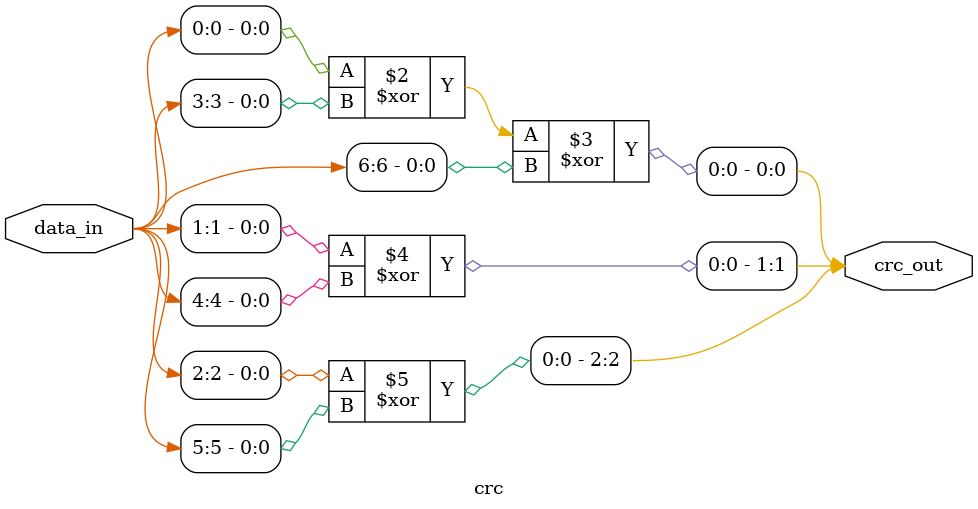
<source format=v>
module crc(
  input [6:0] data_in,
  output [2:0] crc_out);

  reg [2:0] crc_out;

  always @(*) begin
    crc_out[0] = data_in[0] ^ data_in[3] ^ data_in[6];
    crc_out[1] = data_in[1] ^ data_in[4];
    crc_out[2] = data_in[2] ^ data_in[5];

  end // always

endmodule // crc
</source>
